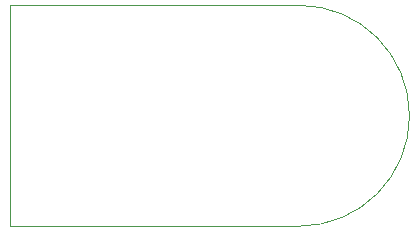
<source format=gbr>
%TF.GenerationSoftware,KiCad,Pcbnew,9.0.2*%
%TF.CreationDate,2025-07-01T20:38:10-07:00*%
%TF.ProjectId,Blinky,426c696e-6b79-42e6-9b69-6361645f7063,rev?*%
%TF.SameCoordinates,Original*%
%TF.FileFunction,Profile,NP*%
%FSLAX46Y46*%
G04 Gerber Fmt 4.6, Leading zero omitted, Abs format (unit mm)*
G04 Created by KiCad (PCBNEW 9.0.2) date 2025-07-01 20:38:10*
%MOMM*%
%LPD*%
G01*
G04 APERTURE LIST*
%TA.AperFunction,Profile*%
%ADD10C,0.050000*%
%TD*%
G04 APERTURE END LIST*
D10*
X133950000Y-84300000D02*
X133600000Y-84300000D01*
X133950000Y-103000000D02*
X133600000Y-103000000D01*
X133950000Y-84300000D02*
G75*
G02*
X133950000Y-103000000I0J-9350000D01*
G01*
X109500000Y-103000000D02*
X133600000Y-103000000D01*
X109500000Y-84300000D02*
X109500000Y-103000000D01*
X133600000Y-84300000D02*
X109500000Y-84300000D01*
M02*

</source>
